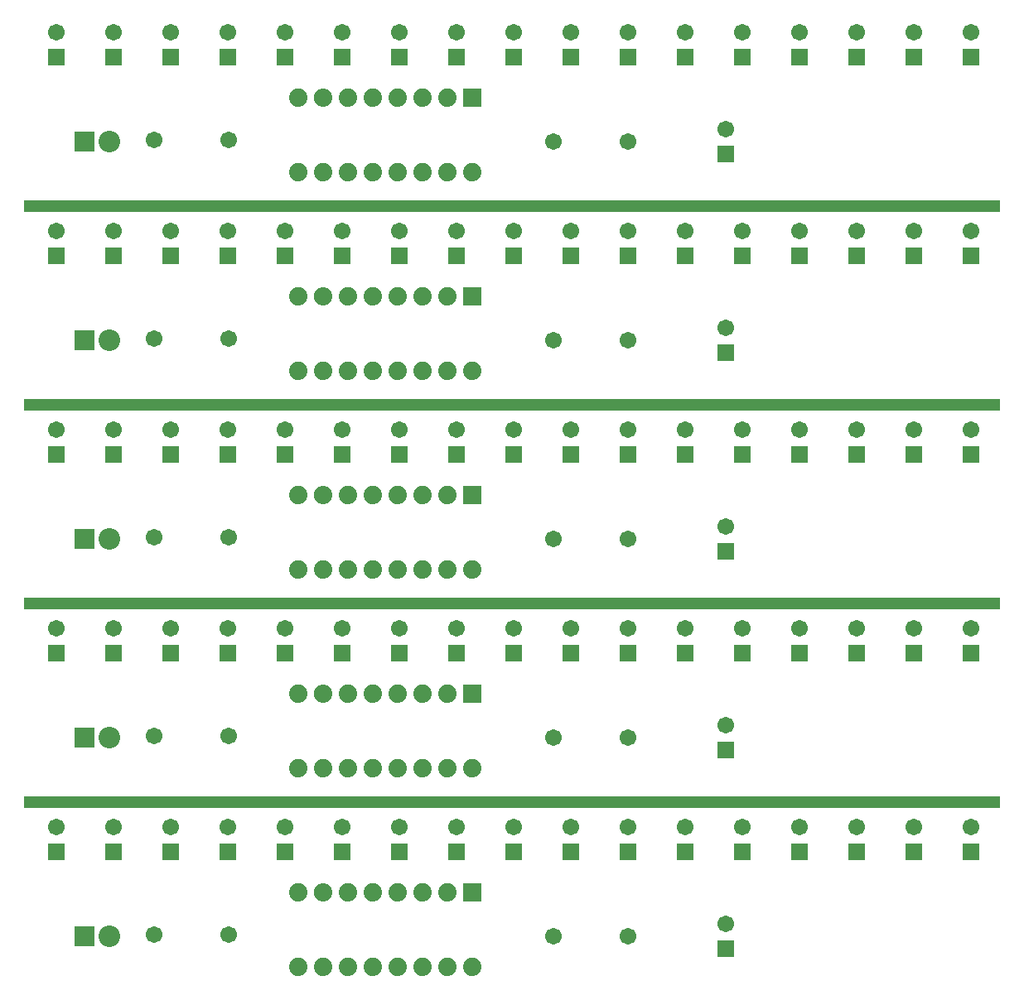
<source format=gbs>
G04 Layer_Color=16711935*
%FSLAX25Y25*%
%MOIN*%
G70*
G01*
G75*
%ADD26R,3.92532X0.04737*%
%ADD27C,0.06706*%
%ADD28R,0.06706X0.06706*%
%ADD29R,0.07400X0.07400*%
%ADD30C,0.07400*%
%ADD31O,0.07400X0.07398*%
%ADD32R,0.08280X0.08280*%
%ADD33C,0.08674*%
D26*
X200500Y320000D02*
D03*
Y240000D02*
D03*
Y160000D02*
D03*
Y80000D02*
D03*
D27*
X86500Y346500D02*
D03*
X56500D02*
D03*
X17000Y390000D02*
D03*
X40000D02*
D03*
X63000D02*
D03*
X86000D02*
D03*
X109000D02*
D03*
X132000D02*
D03*
X155000D02*
D03*
X178000D02*
D03*
X201000D02*
D03*
X224000D02*
D03*
X247000D02*
D03*
X270000D02*
D03*
X293000D02*
D03*
X316000D02*
D03*
X339000D02*
D03*
X362000D02*
D03*
X385000D02*
D03*
X247000Y346000D02*
D03*
X217000D02*
D03*
X286500Y351000D02*
D03*
X86500Y266500D02*
D03*
X56500D02*
D03*
X17000Y310000D02*
D03*
X40000D02*
D03*
X63000D02*
D03*
X86000D02*
D03*
X109000D02*
D03*
X132000D02*
D03*
X155000D02*
D03*
X178000D02*
D03*
X201000D02*
D03*
X224000D02*
D03*
X247000D02*
D03*
X270000D02*
D03*
X293000D02*
D03*
X316000D02*
D03*
X339000D02*
D03*
X362000D02*
D03*
X385000D02*
D03*
X247000Y266000D02*
D03*
X217000D02*
D03*
X286500Y271000D02*
D03*
X86500Y186500D02*
D03*
X56500D02*
D03*
X17000Y230000D02*
D03*
X40000D02*
D03*
X63000D02*
D03*
X86000D02*
D03*
X109000D02*
D03*
X132000D02*
D03*
X155000D02*
D03*
X178000D02*
D03*
X201000D02*
D03*
X224000D02*
D03*
X247000D02*
D03*
X270000D02*
D03*
X293000D02*
D03*
X316000D02*
D03*
X339000D02*
D03*
X362000D02*
D03*
X385000D02*
D03*
X247000Y186000D02*
D03*
X217000D02*
D03*
X286500Y191000D02*
D03*
X86500Y106500D02*
D03*
X56500D02*
D03*
X17000Y150000D02*
D03*
X40000D02*
D03*
X63000D02*
D03*
X86000D02*
D03*
X109000D02*
D03*
X132000D02*
D03*
X155000D02*
D03*
X178000D02*
D03*
X201000D02*
D03*
X224000D02*
D03*
X247000D02*
D03*
X270000D02*
D03*
X293000D02*
D03*
X316000D02*
D03*
X339000D02*
D03*
X362000D02*
D03*
X385000D02*
D03*
X247000Y106000D02*
D03*
X217000D02*
D03*
X286500Y111000D02*
D03*
X86500Y26500D02*
D03*
X56500D02*
D03*
X286500Y31000D02*
D03*
X247000Y26000D02*
D03*
X217000D02*
D03*
X201000Y70000D02*
D03*
X224000D02*
D03*
X178000D02*
D03*
X155000D02*
D03*
X132000D02*
D03*
X109000D02*
D03*
X86000D02*
D03*
X63000D02*
D03*
X40000D02*
D03*
X17000D02*
D03*
X385000D02*
D03*
X362000D02*
D03*
X339000D02*
D03*
X316000D02*
D03*
X293000D02*
D03*
X270000D02*
D03*
X247000D02*
D03*
D28*
X17000Y380000D02*
D03*
X40000D02*
D03*
X63000D02*
D03*
X86000D02*
D03*
X109000D02*
D03*
X132000D02*
D03*
X155000D02*
D03*
X178000D02*
D03*
X201000D02*
D03*
X224000D02*
D03*
X247000D02*
D03*
X270000D02*
D03*
X293000D02*
D03*
X316000D02*
D03*
X339000D02*
D03*
X362000D02*
D03*
X385000D02*
D03*
X286500Y341000D02*
D03*
X17000Y300000D02*
D03*
X40000D02*
D03*
X63000D02*
D03*
X86000D02*
D03*
X109000D02*
D03*
X132000D02*
D03*
X155000D02*
D03*
X178000D02*
D03*
X201000D02*
D03*
X224000D02*
D03*
X247000D02*
D03*
X270000D02*
D03*
X293000D02*
D03*
X316000D02*
D03*
X339000D02*
D03*
X362000D02*
D03*
X385000D02*
D03*
X286500Y261000D02*
D03*
X17000Y220000D02*
D03*
X40000D02*
D03*
X63000D02*
D03*
X86000D02*
D03*
X109000D02*
D03*
X132000D02*
D03*
X155000D02*
D03*
X178000D02*
D03*
X201000D02*
D03*
X224000D02*
D03*
X247000D02*
D03*
X270000D02*
D03*
X293000D02*
D03*
X316000D02*
D03*
X339000D02*
D03*
X362000D02*
D03*
X385000D02*
D03*
X286500Y181000D02*
D03*
X17000Y140000D02*
D03*
X40000D02*
D03*
X63000D02*
D03*
X86000D02*
D03*
X109000D02*
D03*
X132000D02*
D03*
X155000D02*
D03*
X178000D02*
D03*
X201000D02*
D03*
X224000D02*
D03*
X247000D02*
D03*
X270000D02*
D03*
X293000D02*
D03*
X316000D02*
D03*
X339000D02*
D03*
X362000D02*
D03*
X385000D02*
D03*
X286500Y101000D02*
D03*
Y21000D02*
D03*
X201000Y60000D02*
D03*
X224000D02*
D03*
X178000D02*
D03*
X155000D02*
D03*
X132000D02*
D03*
X109000D02*
D03*
X86000D02*
D03*
X63000D02*
D03*
X40000D02*
D03*
X17000D02*
D03*
X385000D02*
D03*
X362000D02*
D03*
X339000D02*
D03*
X316000D02*
D03*
X293000D02*
D03*
X270000D02*
D03*
X247000D02*
D03*
D29*
X184500Y363500D02*
D03*
Y283500D02*
D03*
Y203500D02*
D03*
Y123500D02*
D03*
Y43500D02*
D03*
D30*
X174500Y363500D02*
D03*
X164500D02*
D03*
X154500D02*
D03*
X144500D02*
D03*
X134500D02*
D03*
X114500D02*
D03*
Y333500D02*
D03*
X124500D02*
D03*
X134500D02*
D03*
X144500D02*
D03*
X154500D02*
D03*
X164500D02*
D03*
X174500D02*
D03*
X184500D02*
D03*
X174500Y283500D02*
D03*
X164500D02*
D03*
X154500D02*
D03*
X144500D02*
D03*
X134500D02*
D03*
X114500D02*
D03*
Y253500D02*
D03*
X124500D02*
D03*
X134500D02*
D03*
X144500D02*
D03*
X154500D02*
D03*
X164500D02*
D03*
X174500D02*
D03*
X184500D02*
D03*
X174500Y203500D02*
D03*
X164500D02*
D03*
X154500D02*
D03*
X144500D02*
D03*
X134500D02*
D03*
X114500D02*
D03*
Y173500D02*
D03*
X124500D02*
D03*
X134500D02*
D03*
X144500D02*
D03*
X154500D02*
D03*
X164500D02*
D03*
X174500D02*
D03*
X184500D02*
D03*
X174500Y123500D02*
D03*
X164500D02*
D03*
X154500D02*
D03*
X144500D02*
D03*
X134500D02*
D03*
X114500D02*
D03*
Y93500D02*
D03*
X124500D02*
D03*
X134500D02*
D03*
X144500D02*
D03*
X154500D02*
D03*
X164500D02*
D03*
X174500D02*
D03*
X184500D02*
D03*
X174500Y43500D02*
D03*
X164500D02*
D03*
X154500D02*
D03*
X144500D02*
D03*
X134500D02*
D03*
X114500D02*
D03*
Y13500D02*
D03*
X124500D02*
D03*
X134500D02*
D03*
X144500D02*
D03*
X154500D02*
D03*
X164500D02*
D03*
X174500D02*
D03*
X184500D02*
D03*
D31*
X124500Y363500D02*
D03*
Y283500D02*
D03*
Y203500D02*
D03*
Y123500D02*
D03*
Y43500D02*
D03*
D32*
X28500Y346000D02*
D03*
Y266000D02*
D03*
Y186000D02*
D03*
Y106000D02*
D03*
Y26000D02*
D03*
D33*
X38500Y346000D02*
D03*
Y266000D02*
D03*
Y186000D02*
D03*
Y106000D02*
D03*
Y26000D02*
D03*
M02*

</source>
